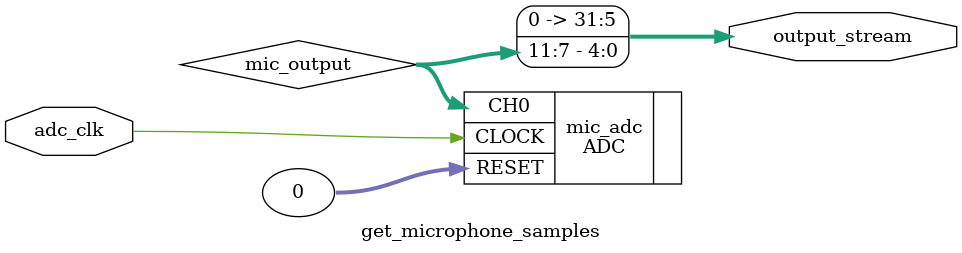
<source format=sv>
module get_microphone_samples #(parameter WIDTH=32)
(
	input adc_clk,
	output [WIDTH-1:0] output_stream
);

	wire [11:0] mic_output;
	ADC mic_adc(
		.CLOCK(adc_clk),
		.RESET(0),
		.CH0(mic_output)
	);
	
	assign output_stream [WIDTH-1:(WIDTH/2)] = 0; //imaginary part is zero
	assign output_stream[((WIDTH/2)-1):12] = 0; //sign extending the value received from the microphone
	assign output_stream[11:0] = (mic_output>>7); //value received from the microphone

endmodule
</source>
